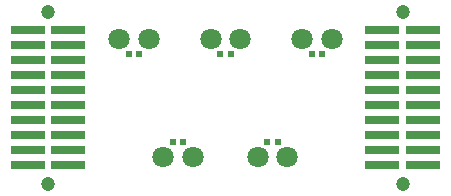
<source format=gts>
G04 #@! TF.GenerationSoftware,KiCad,Pcbnew,no-vcs-found-d3b382c~59~ubuntu16.04.1*
G04 #@! TF.CreationDate,2017-07-25T02:28:45+01:00*
G04 #@! TF.ProjectId,breakout,627265616B6F75742E6B696361645F70,rev?*
G04 #@! TF.SameCoordinates,Original
G04 #@! TF.FileFunction,Soldermask,Top*
G04 #@! TF.FilePolarity,Negative*
%FSLAX46Y46*%
G04 Gerber Fmt 4.6, Leading zero omitted, Abs format (unit mm)*
G04 Created by KiCad (PCBNEW no-vcs-found-d3b382c~59~ubuntu16.04.1) date Tue Jul 25 02:28:45 2017*
%MOMM*%
%LPD*%
G01*
G04 APERTURE LIST*
%ADD10R,0.620000X0.620000*%
%ADD11C,1.800000*%
%ADD12R,2.920000X0.740000*%
%ADD13C,1.200000*%
G04 APERTURE END LIST*
D10*
X103550000Y-103750000D03*
X104450000Y-103750000D03*
X96450000Y-103750000D03*
X95550000Y-103750000D03*
X100450000Y-96250000D03*
X99550000Y-96250000D03*
X91800000Y-96250000D03*
X92700000Y-96250000D03*
X108200000Y-96250000D03*
X107300000Y-96250000D03*
D11*
X102750000Y-105000000D03*
X105250000Y-105000000D03*
X97250000Y-105000000D03*
X94750000Y-105000000D03*
X101250000Y-95000000D03*
X98750000Y-95000000D03*
X91000000Y-95000000D03*
X93500000Y-95000000D03*
X109000000Y-95000000D03*
X106500000Y-95000000D03*
D12*
X86715000Y-105715000D03*
X83285000Y-105715000D03*
X86715000Y-104445000D03*
X83285000Y-104445000D03*
X86715000Y-103175000D03*
X83285000Y-103175000D03*
X86715000Y-101905000D03*
X83285000Y-101905000D03*
X86715000Y-100635000D03*
X83285000Y-100635000D03*
X86715000Y-99365000D03*
X83285000Y-99365000D03*
X86715000Y-98095000D03*
X83285000Y-98095000D03*
X86715000Y-96825000D03*
X83285000Y-96825000D03*
X86715000Y-95555000D03*
X83285000Y-95555000D03*
X86715000Y-94285000D03*
X83285000Y-94285000D03*
X116715000Y-105715000D03*
X113285000Y-105715000D03*
X116715000Y-104445000D03*
X113285000Y-104445000D03*
X116715000Y-103175000D03*
X113285000Y-103175000D03*
X116715000Y-101905000D03*
X113285000Y-101905000D03*
X116715000Y-100635000D03*
X113285000Y-100635000D03*
X116715000Y-99365000D03*
X113285000Y-99365000D03*
X116715000Y-98095000D03*
X113285000Y-98095000D03*
X116715000Y-96825000D03*
X113285000Y-96825000D03*
X116715000Y-95555000D03*
X113285000Y-95555000D03*
X116715000Y-94285000D03*
X113285000Y-94285000D03*
D13*
X85000000Y-92695000D03*
X85000000Y-107305000D03*
X115000000Y-92695000D03*
X115000000Y-107305000D03*
M02*

</source>
